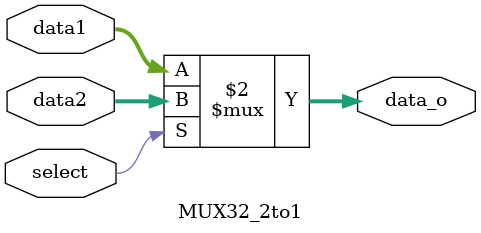
<source format=v>
`timescale 1ns/1ns
module MUX32_2to1(data1, data2, select, data_o);
input  [31:0] data1;
input  [31:0] data2;
input         select;
output [31:0] data_o;
assign data_o = (select == 0)?data1:data2;
endmodule
</source>
